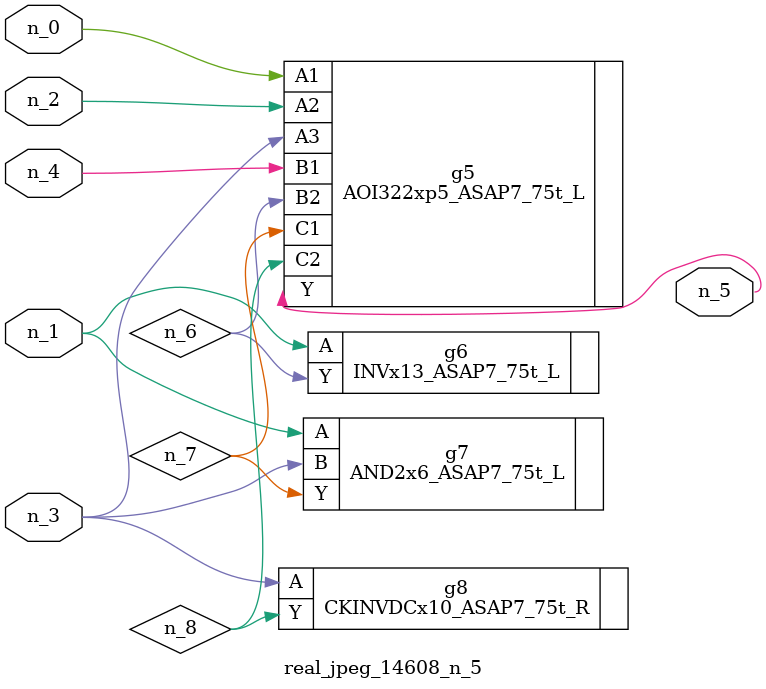
<source format=v>
module real_jpeg_14608_n_5 (n_4, n_0, n_1, n_2, n_3, n_5);

input n_4;
input n_0;
input n_1;
input n_2;
input n_3;

output n_5;

wire n_8;
wire n_6;
wire n_7;

AOI322xp5_ASAP7_75t_L g5 ( 
.A1(n_0),
.A2(n_2),
.A3(n_3),
.B1(n_4),
.B2(n_6),
.C1(n_7),
.C2(n_8),
.Y(n_5)
);

INVx13_ASAP7_75t_L g6 ( 
.A(n_1),
.Y(n_6)
);

AND2x6_ASAP7_75t_L g7 ( 
.A(n_1),
.B(n_3),
.Y(n_7)
);

CKINVDCx10_ASAP7_75t_R g8 ( 
.A(n_3),
.Y(n_8)
);


endmodule
</source>
